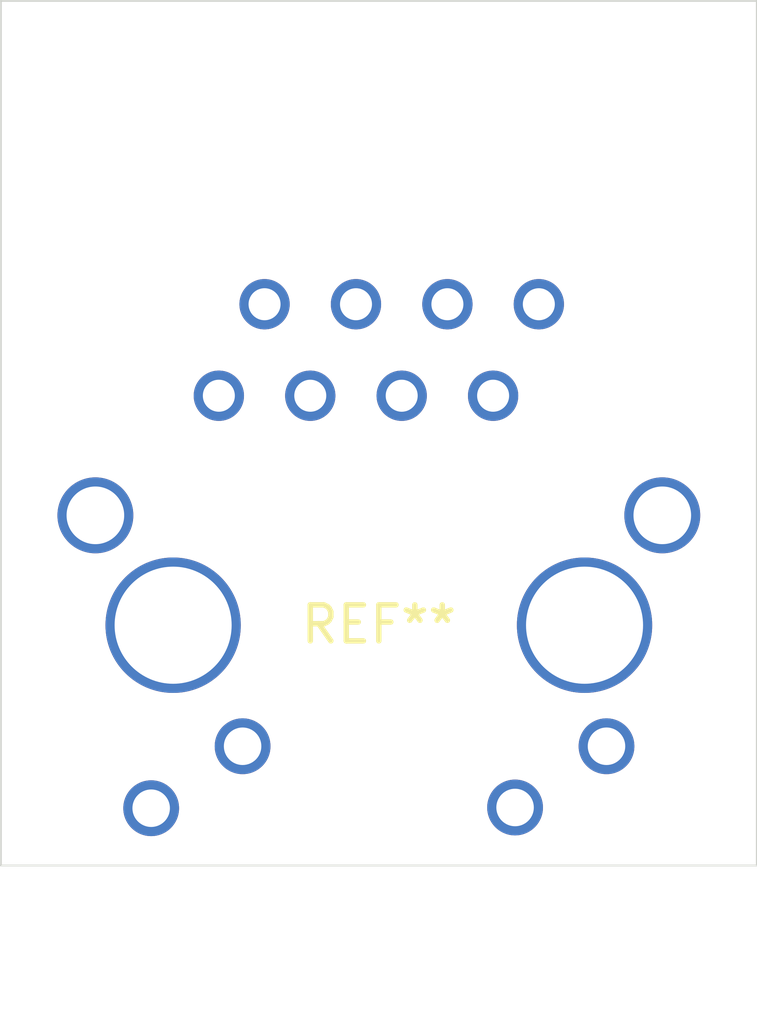
<source format=kicad_pcb>
(kicad_pcb (version 20221018) (generator pcbnew)
  (layers (0 "F.Cu" signal) (31 "B.Cu" signal) (34 "B.Paste" user) (35 "F.Paste" user) (36 "B.SilkS" user "B.Silkscreen") (37 "F.SilkS" user "F.Silkscreen") (38 "B.Mask" user) (39 "F.Mask" user) (44 "Edge.Cuts" user))
  (net 0 "")
  (footprint "Janelia:RJ45_J1B1211CCD_WIZ" (layer "F.Cu") (at 145 94.5)
    (fp_text reference "REF**" (at 0 10.80999 unlocked) (layer "F.SilkS"))
    (fp_text value "RJ45_J1B1211CCD_WIZ")
    (pad "1" thru_hole circle (at -4.445 4.45999) (size 1.397 1.397) (drill 0.889) (layers "*.Cu" "*.Mask"))
    (pad "2" thru_hole circle (at -3.175 1.91999) (size 1.397 1.397) (drill 0.889) (layers "*.Cu" "*.Mask"))
    (pad "3" thru_hole circle (at -1.905 4.45999) (size 1.397 1.397) (drill 0.889) (layers "*.Cu" "*.Mask"))
    (pad "4" thru_hole circle (at -0.635 1.91999) (size 1.397 1.397) (drill 0.889) (layers "*.Cu" "*.Mask"))
    (pad "5" thru_hole circle (at 0.635 4.45999) (size 1.397 1.397) (drill 0.889) (layers "*.Cu" "*.Mask"))
    (pad "6" thru_hole circle (at 1.905 1.91999) (size 1.397 1.397) (drill 0.889) (layers "*.Cu" "*.Mask"))
    (pad "7" thru_hole circle (at 3.175 4.45999) (size 1.397 1.397) (drill 0.889) (layers "*.Cu" "*.Mask"))
    (pad "8" thru_hole circle (at 4.445 1.91999) (size 1.397 1.397) (drill 0.889) (layers "*.Cu" "*.Mask"))
    (pad "9" thru_hole circle (at -6.325 15.90999) (size 1.5494 1.5494) (drill 1.0414) (layers "*.Cu" "*.Mask"))
    (pad "10" thru_hole circle (at -3.785 14.18999) (size 1.5494 1.5494) (drill 1.0414) (layers "*.Cu" "*.Mask"))
    (pad "11" thru_hole circle (at 3.785 15.88999) (size 1.5494 1.5494) (drill 1.0414) (layers "*.Cu" "*.Mask"))
    (pad "12" thru_hole circle (at 6.325 14.18999) (size 1.5494 1.5494) (drill 1.0414) (layers "*.Cu" "*.Mask"))
    (pad "13" thru_hole circle (at -7.874998 7.77999 90) (size 2.1082 2.1082) (drill 1.6002) (layers "*.Cu" "*.Mask"))
    (pad "14" thru_hole circle (at -5.715 10.82999 90) (size 3.7592 3.7592) (drill 3.2512) (layers "*.Cu" "*.Mask"))
    (pad "15" thru_hole circle (at 5.715 10.82999 90) (size 3.7592 3.7592) (drill 3.2512) (layers "*.Cu" "*.Mask"))
    (pad "16" thru_hole circle (at 7.874998 7.77999 90) (size 2.1082 2.1082) (drill 1.6002) (layers "*.Cu" "*.Mask"))
  )
  (gr_rect (start 134.5 88) (end 155.5 112) (stroke (width 0.05)) (fill none) (layer "Edge.Cuts"))
)
</source>
